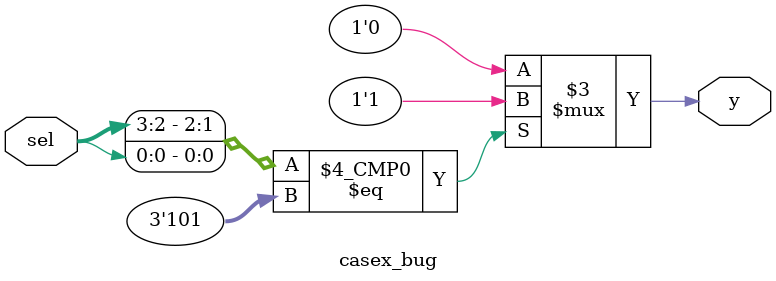
<source format=v>

module casex_bug(
    input  [3:0] sel,
    output reg y
);

    always @(*) begin
        y = 0;
        casex(sel)
            4'b10x1: y = 1;   // X treated as don't care
            4'b1001: y = 0;
        endcase
    end

endmodule




//improper use of casex causes incorrect matching because casex treats X and Z as don't-care. This can make broader patterns match earlier than specific ones, causing priority bugs, incorrect decoding, and mismatches between simulation and hardware.

</source>
